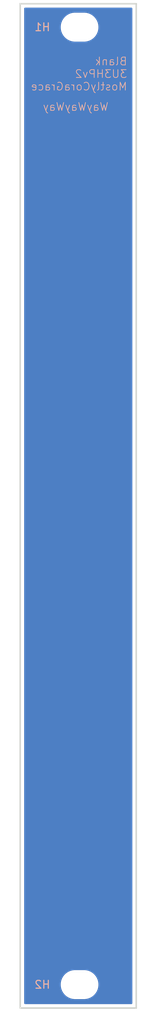
<source format=kicad_pcb>
(kicad_pcb (version 20241229) (generator "pcbnew") (generator_version "9.0")
  (layers (0 "F.Cu" signal) (2 "B.Cu" signal) (13 "F.Paste" user) (15 "B.Paste" user) (5 "F.SilkS" user "F.Silkscreen") (7 "B.SilkS" user "B.Silkscreen") (1 "F.Mask" user) (3 "B.Mask" user) (25 "Edge.Cuts" user))
  (net 0 "")
  (footprint "EXC:MountingHole_3.2mm_M3" (layer "F.Cu") (at 7.62 5.425)
    (property "Reference" "H1" (at -3.683 0 0) (layer "B.SilkS") (effects (justify left mirror)))
    (property "Value" "Eurorack_M3_MountingHole")
    (pad "" np_thru_hole oval (at 0 0) (size 4.34 3.2) (drill oval 4.34 3.2) (layers "*.Cu" "*.Mask"))
  )
  (footprint "EXC:MountingHole_3.2mm_M3" (layer "F.Cu") (at 7.62 127.925)
    (property "Reference" "H2" (at -3.683 0 0) (layer "B.SilkS") (effects (justify left mirror)))
    (property "Value" "Eurorack_M3_MountingHole")
    (pad "" np_thru_hole oval (at 0 0) (size 4.34 3.2) (drill oval 4.34 3.2) (layers "*.Cu" "*.Mask"))
  )
  (gr_rect (start 0 2.425) (end 14.9 130.925) (stroke (width 0.2)) (fill no) (layer "Edge.Cuts"))
  (gr_text "WayWayWay" (at 11.4 16.2 0) (layer "B.SilkS") (effects (font (size 1 1) (thickness 0.1)) (justify left bottom mirror)))
  (gr_text "Blank\n3U3HPv2\nMostlyCoraGrace" (at 13.8 13.6 0) (layer "B.SilkS") (effects (font (size 1 1) (thickness 0.1)) (justify left bottom mirror)))
  (zone (net 0) (net_name "") (layers "F.Cu" "B.Cu") (connect_pads (clearance 0.5)) (min_thickness 0.25) (fill yes (thermal_gap 0.5) (thermal_bridge_width 0.5) (island_removal_mode 1) (island_area_min 10))
    (polygon (pts (xy 0 2.425) (xy 14.9 2.425) (xy 14.9 130.925) (xy 0 130.925)))
  )
)
</source>
